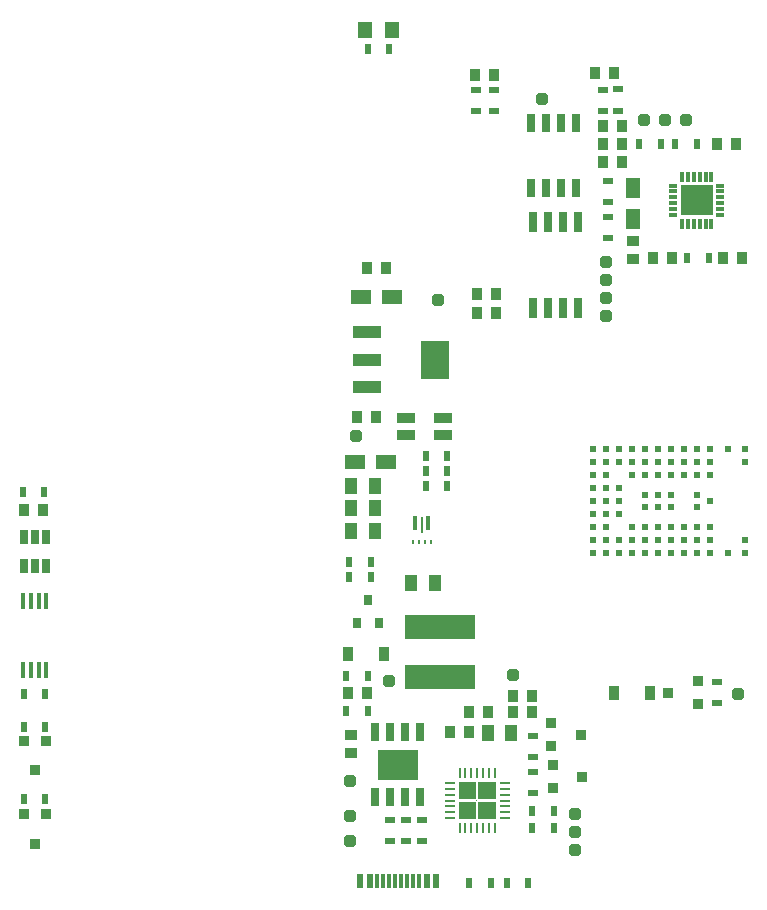
<source format=gtp>
G04*
G04 #@! TF.GenerationSoftware,Altium Limited,Altium Designer,18.0.7 (293)*
G04*
G04 Layer_Color=8421504*
%FSTAX24Y24*%
%MOIN*%
G70*
G01*
G75*
%ADD24R,0.0433X0.0550*%
%ADD25R,0.2362X0.0787*%
%ADD26R,0.0709X0.0484*%
%ADD27R,0.0354X0.0394*%
%ADD28R,0.0945X0.0394*%
%ADD29R,0.0945X0.1299*%
%ADD30R,0.0354X0.0236*%
%ADD31R,0.0484X0.0709*%
G04:AMPARAMS|DCode=32|XSize=40mil|YSize=40mil|CornerRadius=10mil|HoleSize=0mil|Usage=FLASHONLY|Rotation=270.000|XOffset=0mil|YOffset=0mil|HoleType=Round|Shape=RoundedRectangle|*
%AMROUNDEDRECTD32*
21,1,0.0400,0.0200,0,0,270.0*
21,1,0.0200,0.0400,0,0,270.0*
1,1,0.0200,-0.0100,-0.0100*
1,1,0.0200,-0.0100,0.0100*
1,1,0.0200,0.0100,0.0100*
1,1,0.0200,0.0100,-0.0100*
%
%ADD32ROUNDEDRECTD32*%
%ADD33R,0.0236X0.0354*%
%ADD34R,0.1063X0.1024*%
%ADD35R,0.0138X0.0335*%
%ADD36R,0.0315X0.0138*%
%ADD37R,0.0394X0.0354*%
%ADD38R,0.0374X0.0354*%
%ADD39R,0.0354X0.0374*%
%ADD40R,0.0177X0.0581*%
%ADD41R,0.0256X0.0472*%
%ADD42R,0.0256X0.0600*%
%ADD43R,0.0500X0.0550*%
%ADD44R,0.0256X0.0650*%
%ADD45R,0.0098X0.0177*%
%ADD46R,0.0138X0.0453*%
%ADD47R,0.0079X0.0571*%
%ADD48R,0.0591X0.0354*%
%ADD49R,0.0315X0.0354*%
%ADD50R,0.0354X0.0472*%
%ADD51R,0.0354X0.0472*%
%ADD52R,0.0010X0.0010*%
%ADD53R,0.0380X0.0100*%
%ADD54R,0.0100X0.0380*%
G04:AMPARAMS|DCode=55|XSize=40mil|YSize=40mil|CornerRadius=10mil|HoleSize=0mil|Usage=FLASHONLY|Rotation=0.000|XOffset=0mil|YOffset=0mil|HoleType=Round|Shape=RoundedRectangle|*
%AMROUNDEDRECTD55*
21,1,0.0400,0.0200,0,0,0.0*
21,1,0.0200,0.0400,0,0,0.0*
1,1,0.0200,0.0100,-0.0100*
1,1,0.0200,-0.0100,-0.0100*
1,1,0.0200,-0.0100,0.0100*
1,1,0.0200,0.0100,0.0100*
%
%ADD55ROUNDEDRECTD55*%
%ADD56R,0.1339X0.0989*%
%ADD57R,0.0276X0.0600*%
%ADD58R,0.0118X0.0453*%
%ADD59R,0.0236X0.0453*%
%ADD60R,0.0236X0.0236*%
G36*
X026211Y014929D02*
Y015511D01*
X025629D01*
Y014929D01*
X026211D01*
D02*
G37*
G36*
Y015589D02*
Y016171D01*
X025629D01*
Y015589D01*
X026211D01*
D02*
G37*
G36*
X026871Y014929D02*
Y015511D01*
X026289D01*
Y014929D01*
X026871D01*
D02*
G37*
G36*
Y015589D02*
Y016171D01*
X026289D01*
Y015589D01*
X026871D01*
D02*
G37*
D24*
X024056Y0228D02*
D03*
X024844D02*
D03*
X022844Y026031D02*
D03*
X022056D02*
D03*
X022844Y025291D02*
D03*
X022056D02*
D03*
X022844Y02455D02*
D03*
X022056D02*
D03*
X0266Y0178D02*
D03*
X027387D02*
D03*
D25*
X025Y02135D02*
D03*
Y019657D02*
D03*
D26*
X022384Y03235D02*
D03*
X023416D02*
D03*
X023216Y02685D02*
D03*
X022184D02*
D03*
D27*
X023215Y0333D02*
D03*
X022585D02*
D03*
X030815Y0398D02*
D03*
X030185D02*
D03*
X031065Y03805D02*
D03*
X030435D02*
D03*
X031065Y03685D02*
D03*
X030435D02*
D03*
Y03745D02*
D03*
X031065D02*
D03*
X034235D02*
D03*
X034865D02*
D03*
X034435Y03365D02*
D03*
X035065D02*
D03*
X03275D02*
D03*
X03212D02*
D03*
X011765Y02525D02*
D03*
X011135D02*
D03*
X026815Y03975D02*
D03*
X026185D02*
D03*
X02688Y03245D02*
D03*
X02625D02*
D03*
X02688Y0318D02*
D03*
X02625D02*
D03*
X022235Y02835D02*
D03*
X022865D02*
D03*
X021935Y01915D02*
D03*
X022565D02*
D03*
X025335Y01785D02*
D03*
X025965D02*
D03*
X025985Y0185D02*
D03*
X026615D02*
D03*
X028065D02*
D03*
X027435D02*
D03*
X028065Y01905D02*
D03*
X027435D02*
D03*
D28*
X022558Y031156D02*
D03*
Y03025D02*
D03*
Y029344D02*
D03*
D29*
X024842Y03025D02*
D03*
D30*
X03045Y038535D02*
D03*
X03045Y03925D02*
D03*
X03095Y03855D02*
D03*
X03095Y039265D02*
D03*
X0306Y036215D02*
D03*
X0306Y0355D02*
D03*
X0306Y034285D02*
D03*
X0306Y035D02*
D03*
X03425Y018785D02*
D03*
X03425Y0195D02*
D03*
X0262Y038535D02*
D03*
X0262Y03925D02*
D03*
X0268Y038535D02*
D03*
X0268Y03925D02*
D03*
X0244Y014915D02*
D03*
X0244Y0142D02*
D03*
X023875Y014185D02*
D03*
X023875Y0149D02*
D03*
X02335Y014185D02*
D03*
X02335Y0149D02*
D03*
X0281Y016985D02*
D03*
X0281Y0177D02*
D03*
X0281Y015785D02*
D03*
X0281Y0165D02*
D03*
D31*
X03145Y034934D02*
D03*
Y035966D02*
D03*
D32*
X0332Y03825D02*
D03*
X0325D02*
D03*
X0318D02*
D03*
X03055Y0335D02*
D03*
Y0323D02*
D03*
Y0317D02*
D03*
Y0329D02*
D03*
X0284Y03895D02*
D03*
X02495Y03225D02*
D03*
X0222Y0277D02*
D03*
X0233Y01955D02*
D03*
X0295Y0139D02*
D03*
X022Y01505D02*
D03*
Y0142D02*
D03*
X02745Y01975D02*
D03*
D33*
X032365Y03745D02*
D03*
X03165Y03745D02*
D03*
X03285D02*
D03*
X033565Y03745D02*
D03*
X033965Y03365D02*
D03*
X03325Y03365D02*
D03*
X011135Y0156D02*
D03*
X01185Y0156D02*
D03*
X011135Y018D02*
D03*
X01185Y018D02*
D03*
X011135Y0191D02*
D03*
X01185Y0191D02*
D03*
X011815Y02585D02*
D03*
X0111Y02585D02*
D03*
X023315Y0406D02*
D03*
X0226Y0406D02*
D03*
X024535Y02655D02*
D03*
X02525Y02655D02*
D03*
X024535Y02605D02*
D03*
X02525Y02605D02*
D03*
X024535Y02705D02*
D03*
X02525Y02705D02*
D03*
X021985Y0235D02*
D03*
X0227Y0235D02*
D03*
X021985Y023D02*
D03*
X0227Y023D02*
D03*
X021885Y019716D02*
D03*
X0226Y019716D02*
D03*
X021885Y01855D02*
D03*
X0226Y01855D02*
D03*
X028085Y01465D02*
D03*
X0288Y01465D02*
D03*
X028085Y0152D02*
D03*
X0288Y0152D02*
D03*
X027235Y0128D02*
D03*
X02795Y0128D02*
D03*
X0267D02*
D03*
X025985Y0128D02*
D03*
D34*
X033563Y035558D02*
D03*
D35*
X03307Y036335D02*
D03*
X033267D02*
D03*
X033464D02*
D03*
X033661D02*
D03*
X033858D02*
D03*
X034055D02*
D03*
Y03478D02*
D03*
X033858D02*
D03*
X033661D02*
D03*
X033464D02*
D03*
X033267D02*
D03*
X03307D02*
D03*
D36*
X03435Y03605D02*
D03*
Y035853D02*
D03*
Y035656D02*
D03*
Y035459D02*
D03*
Y035263D02*
D03*
Y035066D02*
D03*
X032775D02*
D03*
Y035263D02*
D03*
Y035459D02*
D03*
Y035656D02*
D03*
Y035853D02*
D03*
Y03605D02*
D03*
D37*
X03145Y034215D02*
D03*
Y033585D02*
D03*
X02205Y01775D02*
D03*
Y01712D02*
D03*
D38*
X033592Y019524D02*
D03*
X032608Y01915D02*
D03*
X033592Y018776D02*
D03*
X028708Y017376D02*
D03*
X029692Y01775D02*
D03*
X028708Y018124D02*
D03*
X028758Y015976D02*
D03*
X029742Y01635D02*
D03*
X028758Y016724D02*
D03*
D39*
X011126Y015092D02*
D03*
X0115Y014108D02*
D03*
X011874Y015092D02*
D03*
Y017542D02*
D03*
X0115Y016558D02*
D03*
X011126Y017542D02*
D03*
D40*
X011884Y022207D02*
D03*
X011628D02*
D03*
X011372D02*
D03*
X011116D02*
D03*
Y019893D02*
D03*
X011372D02*
D03*
X011628D02*
D03*
X011884D02*
D03*
D41*
X011126Y024342D02*
D03*
X0115D02*
D03*
X011874D02*
D03*
Y023358D02*
D03*
X0115D02*
D03*
X011126D02*
D03*
D42*
X028025Y038118D02*
D03*
X028525D02*
D03*
X029025D02*
D03*
X029525D02*
D03*
Y035982D02*
D03*
X029025D02*
D03*
X028525D02*
D03*
X028025D02*
D03*
D43*
X0225Y04125D02*
D03*
X0234D02*
D03*
D44*
X0281Y034817D02*
D03*
X0286D02*
D03*
X0291D02*
D03*
X0296D02*
D03*
Y031983D02*
D03*
X0291D02*
D03*
X0286D02*
D03*
X0281D02*
D03*
D45*
X024695Y024179D02*
D03*
X024498D02*
D03*
X024302D02*
D03*
X024105D02*
D03*
D46*
X024183Y024809D02*
D03*
X024617D02*
D03*
D47*
X0244Y02475D02*
D03*
D48*
X0251Y02775D02*
D03*
Y028307D02*
D03*
X02388Y02775D02*
D03*
Y028308D02*
D03*
D49*
X0226Y02225D02*
D03*
X022974Y021463D02*
D03*
X022226D02*
D03*
D50*
X02315Y02045D02*
D03*
X0308Y01915D02*
D03*
D51*
X02195Y02045D02*
D03*
X032Y01915D02*
D03*
D52*
X02625Y01555D02*
D03*
D53*
X027165Y016141D02*
D03*
Y015944D02*
D03*
Y015747D02*
D03*
Y01555D02*
D03*
Y015353D02*
D03*
Y015156D02*
D03*
Y014959D02*
D03*
X025335D02*
D03*
Y015156D02*
D03*
Y015353D02*
D03*
Y01555D02*
D03*
Y015747D02*
D03*
Y015944D02*
D03*
Y016141D02*
D03*
D54*
X026841Y014635D02*
D03*
X026644D02*
D03*
X026447D02*
D03*
X02625D02*
D03*
X026053D02*
D03*
X025856D02*
D03*
X025659D02*
D03*
Y016465D02*
D03*
X025856D02*
D03*
X026053D02*
D03*
X02625D02*
D03*
X026447D02*
D03*
X026644D02*
D03*
X026841D02*
D03*
D55*
X0295Y0151D02*
D03*
Y0145D02*
D03*
X022Y0162D02*
D03*
X03495Y0191D02*
D03*
D56*
X0236Y01675D02*
D03*
D57*
X02435Y015682D02*
D03*
X02385D02*
D03*
X02335D02*
D03*
X02285D02*
D03*
Y017818D02*
D03*
X02335D02*
D03*
X02385D02*
D03*
X02435D02*
D03*
D58*
X022923Y012873D02*
D03*
X02312D02*
D03*
X023317D02*
D03*
X024301D02*
D03*
X024104D02*
D03*
X023907D02*
D03*
X023514D02*
D03*
X023711D02*
D03*
D59*
X024557D02*
D03*
X022667D02*
D03*
X024872D02*
D03*
X022352D02*
D03*
D60*
X032268Y025317D02*
D03*
X031835D02*
D03*
X032701D02*
D03*
X033567D02*
D03*
X032268Y02575D02*
D03*
X030102Y023802D02*
D03*
X030535D02*
D03*
X030968D02*
D03*
X031402D02*
D03*
X031835D02*
D03*
X032268D02*
D03*
X032701D02*
D03*
X033134D02*
D03*
X033567D02*
D03*
X034D02*
D03*
X034591D02*
D03*
X035181D02*
D03*
X030102Y024235D02*
D03*
X030535D02*
D03*
X030968D02*
D03*
X031402D02*
D03*
X031835D02*
D03*
X032268D02*
D03*
X032701D02*
D03*
X033134D02*
D03*
X033567D02*
D03*
X034D02*
D03*
X035181D02*
D03*
X030102Y024668D02*
D03*
X030535D02*
D03*
X031402D02*
D03*
X031835D02*
D03*
X032268D02*
D03*
X032701D02*
D03*
X033134D02*
D03*
X033567D02*
D03*
X034D02*
D03*
X030102Y025101D02*
D03*
X030535D02*
D03*
X030968D02*
D03*
X030102Y025534D02*
D03*
X030535D02*
D03*
X030968D02*
D03*
X031835Y02575D02*
D03*
X032701D02*
D03*
X034Y025534D02*
D03*
X030102Y025967D02*
D03*
X030535D02*
D03*
X030968D02*
D03*
X030102Y0264D02*
D03*
X030535D02*
D03*
X031402D02*
D03*
X031835D02*
D03*
X032268D02*
D03*
X032701D02*
D03*
X033134D02*
D03*
X033567D02*
D03*
X034D02*
D03*
X030102Y026833D02*
D03*
X030535D02*
D03*
X030968D02*
D03*
X031402D02*
D03*
X031835D02*
D03*
X032268D02*
D03*
X032701D02*
D03*
X033134D02*
D03*
X033567D02*
D03*
X034D02*
D03*
X035181D02*
D03*
X030102Y027266D02*
D03*
X030535D02*
D03*
X030968D02*
D03*
X031402D02*
D03*
X031835D02*
D03*
X032268D02*
D03*
X032701D02*
D03*
X033134D02*
D03*
X033567D02*
D03*
X034D02*
D03*
X034591D02*
D03*
X035181D02*
D03*
X033567Y02575D02*
D03*
M02*

</source>
